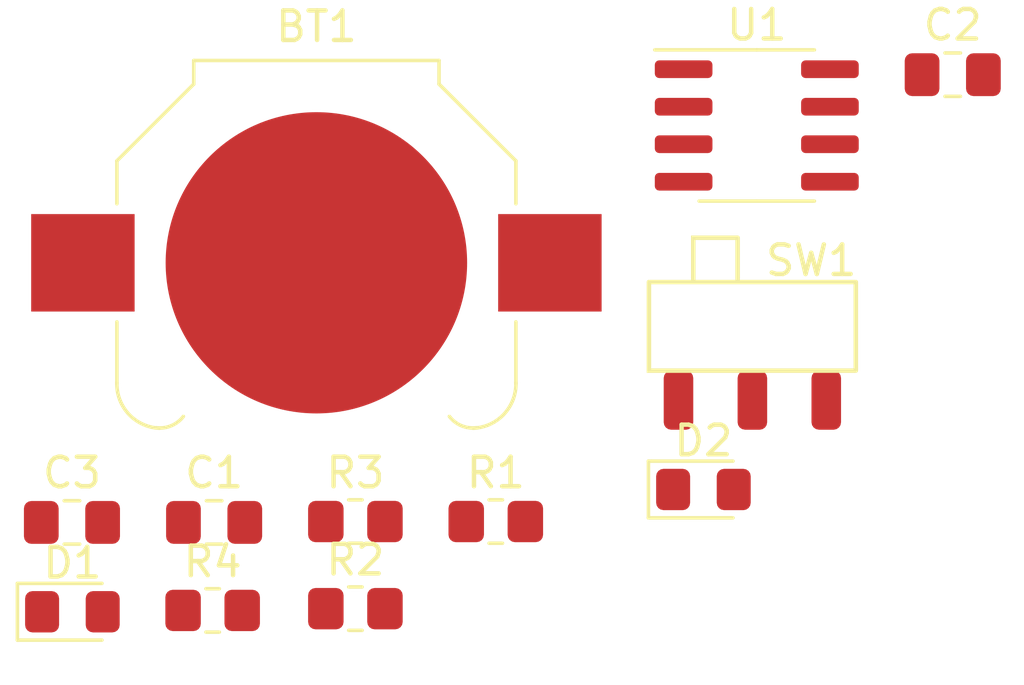
<source format=kicad_pcb>
(kicad_pcb (version 20211014) (generator pcbnew)
  (layers (0 "F.Cu" signal) (31 "B.Cu" signal) (34 "B.Paste" user) (35 "F.Paste" user) (36 "B.SilkS" user "B.Silkscreen") (37 "F.SilkS" user "F.Silkscreen") (38 "B.Mask" user) (39 "F.Mask" user) (44 "Edge.Cuts" user))
  (net 0 "")
  (net 1 "Net-(BT1-Pad1)")
  (net 2 "GND")
  (net 3 "Net-(C1-Pad1)")
  (net 4 "Net-(C2-Pad1)")
  (net 5 "Net-(C3-Pad1)")
  (net 6 "Net-(D1-Pad1)")
  (net 7 "Net-(D2-Pad1)")
  (net 8 "Net-(D2-Pad2)")
  (net 9 "Net-(R1-Pad2)")
  (footprint "Resistor_SMD:R_0805_2012Metric_Pad1.20x1.40mm_HandSolder" (layer "F.Cu") (at 143.095 104.635)
    (fp_text reference "R3" (at 0 -1.65) (layer "F.SilkS"))
    (fp_text value "200Ω")
    (fp_line (start -0.227064 0.735) (end 0.227064 0.735) (layer "F.SilkS") (width 0.12))
    (fp_line (start -0.227064 -0.735) (end 0.227064 -0.735) (layer "F.SilkS") (width 0.12))
    (pad "1" smd roundrect (at -1 0) (size 1.2 1.4) (layers "F.Cu" "F.Paste" "F.Mask") (roundrect_rratio 0.208333) (net 6 "Net-(D1-Pad1)"))
    (pad "2" smd roundrect (at 1 0) (size 1.2 1.4) (layers "F.Cu" "F.Paste" "F.Mask") (roundrect_rratio 0.208333) (net 8 "Net-(D2-Pad2)"))
  )
  (footprint "Blinky_ZAM:SSK-1202" (layer "F.Cu") (at 156.526201 100.526199)
    (property "Reference" "SW?")
    (property "Value" "SW_SPDT")
    (fp_text reference "SW1" (at 1.99 -4.73 unlocked) (layer "F.SilkS"))
    (fp_text value "SW_SPDT")
    (fp_rect (start -3.500001 -1) (end 3.500001 -4) (layer "F.SilkS") (width 0.1524) (fill none))
    (fp_rect (start -2 -5.499999) (end -0.5 -4) (layer "F.SilkS") (width 0.1524) (fill none))
    (pad "" np_thru_hole circle (at -1.25 -2.75) (size 0.8 0.8) (drill 0.8) (layers F&B.Cu *.Mask))
    (pad "" np_thru_hole circle (at 1.25 -2.75) (size 0.8 0.8) (drill 0.8) (layers F&B.Cu *.Mask))
    (pad "1" smd roundrect (at -2.5 0) (size 1 2) (layers "F.Cu" "F.Paste" "F.Mask") (net 4 "Net-(C2-Pad1)"))
    (pad "2" smd roundrect (at 0 0) (size 1 2) (layers "F.Cu" "F.Paste" "F.Mask") (net 1 "Net-(BT1-Pad1)"))
    (pad "3" smd roundrect (at 2.5 0) (size 1 2) (layers "F.Cu" "F.Paste" "F.Mask"))
  )
  (footprint "Capacitor_SMD:C_0805_2012Metric_Pad1.18x1.45mm_HandSolder" (layer "F.Cu") (at 138.315 104.665)
    (fp_text reference "C1" (at 0 -1.68) (layer "F.SilkS"))
    (fp_text value "300nF")
    (fp_line (start -0.261252 -0.735) (end 0.261252 -0.735) (layer "F.SilkS") (width 0.12))
    (fp_line (start -0.261252 0.735) (end 0.261252 0.735) (layer "F.SilkS") (width 0.12))
    (pad "1" smd roundrect (at -1.0375 0) (size 1.175 1.45) (layers "F.Cu" "F.Paste" "F.Mask") (roundrect_rratio 0.212766) (net 3 "Net-(C1-Pad1)"))
    (pad "2" smd roundrect (at 1.0375 0) (size 1.175 1.45) (layers "F.Cu" "F.Paste" "F.Mask") (roundrect_rratio 0.212766) (net 2 "GND"))
  )
  (footprint "Battery:BatteryHolder_Keystone_3000_1x12mm" (layer "F.Cu") (at 141.775 95.875)
    (fp_text reference "BT1" (at 0 -8) (layer "F.SilkS"))
    (fp_text value "Battery_Cell")
    (fp_line (start 6.75 -3.45) (end 6.75 -2) (layer "F.SilkS") (width 0.12))
    (fp_line (start -6.75 -3.45) (end -4.15 -6.05) (layer "F.SilkS") (width 0.12))
    (fp_line (start 4.15 -6.85) (end 4.15 -6.05) (layer "F.SilkS") (width 0.12))
    (fp_line (start -4.15 -6.05) (end -4.15 -6.85) (layer "F.SilkS") (width 0.12))
    (fp_line (start -6.75 2) (end -6.75 4.1) (layer "F.SilkS") (width 0.12))
    (fp_line (start -6.75 -2) (end -6.75 -3.45) (layer "F.SilkS") (width 0.12))
    (fp_line (start 4.15 -6.05) (end 6.75 -3.45) (layer "F.SilkS") (width 0.12))
    (fp_line (start -4.15 -6.85) (end 4.15 -6.85) (layer "F.SilkS") (width 0.12))
    (fp_line (start 6.75 2) (end 6.75 4.1) (layer "F.SilkS") (width 0.12))
    (fp_arc (start 5.414615 5.58416) (mid 4.90584 5.514615) (end 4.5 5.2) (layer "F.SilkS") (width 0.12))
    (fp_arc (start 6.75 4.05) (mid 6.346016 5.125305) (end 5.3 5.6) (layer "F.SilkS") (width 0.12))
    (fp_arc (start -5.3 5.6) (mid -6.346016 5.125305) (end -6.75 4.05) (layer "F.SilkS") (width 0.12))
    (fp_arc (start -4.5 5.2) (mid -4.90584 5.514615) (end -5.414615 5.58416) (layer "F.SilkS") (width 0.12))
    (pad "1" smd rect (at 7.9 0) (size 3.5 3.3) (layers "F.Cu" "F.Paste" "F.Mask") (net 1 "Net-(BT1-Pad1)"))
    (pad "1" smd rect (at -7.9 0) (size 3.5 3.3) (layers "F.Cu" "F.Paste" "F.Mask") (net 1 "Net-(BT1-Pad1)"))
    (pad "2" smd circle (at 0 0) (size 10.2 10.2) (layers "F.Cu" "F.Mask") (net 2 "GND"))
  )
  (footprint "Capacitor_SMD:C_0805_2012Metric_Pad1.18x1.45mm_HandSolder" (layer "F.Cu") (at 133.505 104.665)
    (fp_text reference "C3" (at 0 -1.68) (layer "F.SilkS"))
    (fp_text value "100nF")
    (fp_line (start -0.261252 -0.735) (end 0.261252 -0.735) (layer "F.SilkS") (width 0.12))
    (fp_line (start -0.261252 0.735) (end 0.261252 0.735) (layer "F.SilkS") (width 0.12))
    (pad "1" smd roundrect (at -1.0375 0) (size 1.175 1.45) (layers "F.Cu" "F.Paste" "F.Mask") (roundrect_rratio 0.212766) (net 5 "Net-(C3-Pad1)"))
    (pad "2" smd roundrect (at 1.0375 0) (size 1.175 1.45) (layers "F.Cu" "F.Paste" "F.Mask") (roundrect_rratio 0.212766) (net 2 "GND"))
  )
  (footprint "Resistor_SMD:R_0805_2012Metric_Pad1.20x1.40mm_HandSolder" (layer "F.Cu") (at 147.845 104.635)
    (fp_text reference "R1" (at 0 -1.65) (layer "F.SilkS"))
    (fp_text value "10kΩ")
    (fp_line (start -0.227064 0.735) (end 0.227064 0.735) (layer "F.SilkS") (width 0.12))
    (fp_line (start -0.227064 -0.735) (end 0.227064 -0.735) (layer "F.SilkS") (width 0.12))
    (pad "1" smd roundrect (at -1 0) (size 1.2 1.4) (layers "F.Cu" "F.Paste" "F.Mask") (roundrect_rratio 0.208333) (net 4 "Net-(C2-Pad1)"))
    (pad "2" smd roundrect (at 1 0) (size 1.2 1.4) (layers "F.Cu" "F.Paste" "F.Mask") (roundrect_rratio 0.208333) (net 9 "Net-(R1-Pad2)"))
  )
  (footprint "Resistor_SMD:R_0805_2012Metric_Pad1.20x1.40mm_HandSolder" (layer "F.Cu") (at 138.265 107.645)
    (fp_text reference "R4" (at 0 -1.65) (layer "F.SilkS"))
    (fp_text value "200Ω")
    (fp_line (start -0.227064 -0.735) (end 0.227064 -0.735) (layer "F.SilkS") (width 0.12))
    (fp_line (start -0.227064 0.735) (end 0.227064 0.735) (layer "F.SilkS") (width 0.12))
    (pad "1" smd roundrect (at -1 0) (size 1.2 1.4) (layers "F.Cu" "F.Paste" "F.Mask") (roundrect_rratio 0.208333) (net 7 "Net-(D2-Pad1)"))
    (pad "2" smd roundrect (at 1 0) (size 1.2 1.4) (layers "F.Cu" "F.Paste" "F.Mask") (roundrect_rratio 0.208333) (net 2 "GND"))
  )
  (footprint "Capacitor_SMD:C_0805_2012Metric_Pad1.18x1.45mm_HandSolder" (layer "F.Cu") (at 163.305 89.505)
    (fp_text reference "C2" (at 0 -1.68) (layer "F.SilkS"))
    (fp_text value "100nF")
    (fp_line (start -0.261252 -0.735) (end 0.261252 -0.735) (layer "F.SilkS") (width 0.12))
    (fp_line (start -0.261252 0.735) (end 0.261252 0.735) (layer "F.SilkS") (width 0.12))
    (pad "1" smd roundrect (at -1.0375 0) (size 1.175 1.45) (layers "F.Cu" "F.Paste" "F.Mask") (roundrect_rratio 0.212766) (net 4 "Net-(C2-Pad1)"))
    (pad "2" smd roundrect (at 1.0375 0) (size 1.175 1.45) (layers "F.Cu" "F.Paste" "F.Mask") (roundrect_rratio 0.212766) (net 2 "GND"))
  )
  (footprint "LED_SMD:LED_0805_2012Metric_Pad1.15x1.40mm_HandSolder" (layer "F.Cu") (at 154.87 103.55)
    (fp_text reference "D2" (at 0 -1.65) (layer "F.SilkS"))
    (fp_text value "LED")
    (fp_line (start -1.86 -0.96) (end -1.86 0.96) (layer "F.SilkS") (width 0.12))
    (fp_line (start 1 -0.96) (end -1.86 -0.96) (layer "F.SilkS") (width 0.12))
    (fp_line (start -1.86 0.96) (end 1 0.96) (layer "F.SilkS") (width 0.12))
    (pad "1" smd roundrect (at -1.025 0) (size 1.15 1.4) (layers "F.Cu" "F.Paste" "F.Mask") (roundrect_rratio 0.217391) (net 7 "Net-(D2-Pad1)"))
    (pad "2" smd roundrect (at 1.025 0) (size 1.15 1.4) (layers "F.Cu" "F.Paste" "F.Mask") (roundrect_rratio 0.217391) (net 8 "Net-(D2-Pad2)"))
  )
  (footprint "Package_SO:SOIC-8_3.9x4.9mm_P1.27mm" (layer "F.Cu") (at 156.675 91.225)
    (fp_text reference "U1" (at 0 -3.4) (layer "F.SilkS"))
    (fp_text value "TLC551CD‎")
    (fp_line (start 0 2.56) (end 1.95 2.56) (layer "F.SilkS") (width 0.12))
    (fp_line (start 0 -2.56) (end -3.45 -2.56) (layer "F.SilkS") (width 0.12))
    (fp_line (start 0 2.56) (end -1.95 2.56) (layer "F.SilkS") (width 0.12))
    (fp_line (start 0 -2.56) (end 1.95 -2.56) (layer "F.SilkS") (width 0.12))
    (pad "1" smd roundrect (at -2.475 -1.905) (size 1.95 0.6) (layers "F.Cu" "F.Paste" "F.Mask") (net 2 "GND"))
    (pad "2" smd roundrect (at -2.475 -0.635) (size 1.95 0.6) (layers "F.Cu" "F.Paste" "F.Mask") (net 3 "Net-(C1-Pad1)"))
    (pad "3" smd roundrect (at -2.475 0.635) (size 1.95 0.6) (layers "F.Cu" "F.Paste" "F.Mask") (net 8 "Net-(D2-Pad2)"))
    (pad "4" smd roundrect (at -2.475 1.905) (size 1.95 0.6) (layers "F.Cu" "F.Paste" "F.Mask") (net 4 "Net-(C2-Pad1)"))
    (pad "5" smd roundrect (at 2.475 1.905) (size 1.95 0.6) (layers "F.Cu" "F.Paste" "F.Mask") (net 5 "Net-(C3-Pad1)"))
    (pad "6" smd roundrect (at 2.475 0.635) (size 1.95 0.6) (layers "F.Cu" "F.Paste" "F.Mask") (net 3 "Net-(C1-Pad1)"))
    (pad "7" smd roundrect (at 2.475 -0.635) (size 1.95 0.6) (layers "F.Cu" "F.Paste" "F.Mask") (net 9 "Net-(R1-Pad2)"))
    (pad "8" smd roundrect (at 2.475 -1.905) (size 1.95 0.6) (layers "F.Cu" "F.Paste" "F.Mask") (net 4 "Net-(C2-Pad1)"))
  )
  (footprint "Resistor_SMD:R_0805_2012Metric_Pad1.20x1.40mm_HandSolder" (layer "F.Cu") (at 143.095 107.585)
    (fp_text reference "R2" (at 0 -1.65) (layer "F.SilkS"))
    (fp_text value "1MΩ")
    (fp_line (start -0.227064 -0.735) (end 0.227064 -0.735) (layer "F.SilkS") (width 0.12))
    (fp_line (start -0.227064 0.735) (end 0.227064 0.735) (layer "F.SilkS") (width 0.12))
    (pad "1" smd roundrect (at -1 0) (size 1.2 1.4) (layers "F.Cu" "F.Paste" "F.Mask") (roundrect_rratio 0.208333) (net 9 "Net-(R1-Pad2)"))
    (pad "2" smd roundrect (at 1 0) (size 1.2 1.4) (layers "F.Cu" "F.Paste" "F.Mask") (roundrect_rratio 0.208333) (net 3 "Net-(C1-Pad1)"))
  )
  (footprint "LED_SMD:LED_0805_2012Metric_Pad1.15x1.40mm_HandSolder" (layer "F.Cu") (at 133.52 107.69)
    (fp_text reference "D1" (at 0 -1.65) (layer "F.SilkS"))
    (fp_text value "LED")
    (fp_line (start -1.86 0.96) (end 1 0.96) (layer "F.SilkS") (width 0.12))
    (fp_line (start 1 -0.96) (end -1.86 -0.96) (layer "F.SilkS") (width 0.12))
    (fp_line (start -1.86 -0.96) (end -1.86 0.96) (layer "F.SilkS") (width 0.12))
    (pad "1" smd roundrect (at -1.025 0) (size 1.15 1.4) (layers "F.Cu" "F.Paste" "F.Mask") (roundrect_rratio 0.217391) (net 6 "Net-(D1-Pad1)"))
    (pad "2" smd roundrect (at 1.025 0) (size 1.15 1.4) (layers "F.Cu" "F.Paste" "F.Mask") (roundrect_rratio 0.217391) (net 4 "Net-(C2-Pad1)"))
  )
)
</source>
